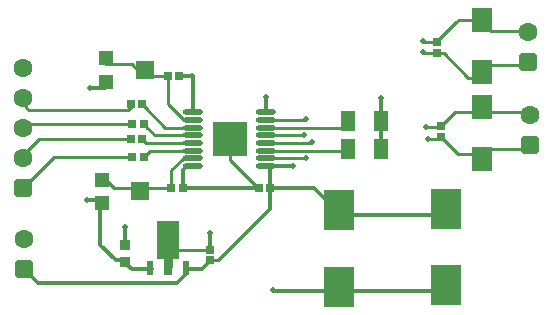
<source format=gbr>
%FSTAX23Y23*%
%MOIN*%
%SFA1B1*%

%IPPOS*%
%AMD40*
4,1,8,-0.031500,0.015700,-0.031500,-0.015700,-0.015700,-0.031500,0.015700,-0.031500,0.031500,-0.015700,0.031500,0.015700,0.015700,0.031500,-0.015700,0.031500,-0.031500,0.015700,0.0*
1,1,0.031496,-0.015700,0.015700*
1,1,0.031496,-0.015700,-0.015700*
1,1,0.031496,0.015700,-0.015700*
1,1,0.031496,0.015700,0.015700*
%
%ADD15R,0.047244X0.047244*%
%ADD16R,0.059055X0.062992*%
%ADD17R,0.021654X0.051181*%
%ADD18R,0.031496X0.058071*%
%ADD19R,0.098425X0.137795*%
%ADD20R,0.035909X0.037744*%
%ADD21R,0.026476X0.029106*%
%ADD22R,0.028165X0.026476*%
%ADD23O,0.066929X0.017716*%
%ADD24R,0.118110X0.118110*%
%ADD25R,0.027559X0.025591*%
%ADD26R,0.045500X0.067252*%
%ADD27R,0.070866X0.082677*%
%ADD38C,0.011811*%
%ADD39C,0.010000*%
G04~CAMADD=40~8~0.0~0.0~629.9~629.9~157.5~0.0~15~0.0~0.0~0.0~0.0~0~0.0~0.0~0.0~0.0~0~0.0~0.0~0.0~90.0~630.0~630.0*
%ADD40D40*%
%ADD41C,0.062992*%
%ADD42C,0.019685*%
%LNmtr_dvr_pcb_copper_signal_top-1*%
%LPD*%
G36*
X04059Y02556D02*
Y0268D01*
X04132*
Y02556*
X04059*
G37*
G54D15*
X03874Y02819D03*
Y0274D03*
X03889Y03224D03*
Y03145D03*
G54D16*
X04002Y0278D03*
X04017Y03185D03*
G54D17*
X04036Y02525D03*
X04155D03*
G54D18*
X04095Y02528D03*
G54D19*
X0502Y02467D03*
Y02722D03*
X04665Y02462D03*
Y02717D03*
G54D20*
X0395Y02603D03*
Y02546D03*
G54D21*
X04235Y02586D03*
Y0255D03*
X0499Y03278D03*
Y03241D03*
X05005Y02998D03*
Y02961D03*
G54D22*
X04435Y0279D03*
X04397D03*
G54D23*
X04179Y03044D03*
Y03018D03*
Y02993D03*
Y02967D03*
Y02942D03*
Y02916D03*
Y02891D03*
Y02865D03*
X0442Y03044D03*
Y03018D03*
Y02993D03*
Y02967D03*
Y02942D03*
Y02916D03*
Y02891D03*
Y02865D03*
G54D24*
X043Y02955D03*
G54D25*
X03976Y02895D03*
X04013D03*
X03971Y02955D03*
X04008D03*
X04095Y03165D03*
X04132D03*
X04106Y0279D03*
X04143D03*
X03971Y0307D03*
X04008D03*
X03976Y03005D03*
X04013D03*
G54D26*
X04804Y0292D03*
X04695D03*
X04804Y03015D03*
X04695D03*
G54D27*
X0514Y03351D03*
Y03178D03*
Y03061D03*
Y02888D03*
G54D38*
X04143Y0279D02*
X04396D01*
X04453Y02447D02*
X0504D01*
X03946Y02549D02*
X03962Y02533D01*
X03962*
X03974Y02522*
X0404*
X03946Y02549D02*
Y0255D01*
X04452Y02448D02*
X04453Y02447D01*
X04445Y0245D02*
X04446Y02448D01*
X04452*
X03868Y02603D02*
X03921Y0255D01*
X03868Y02603D02*
Y0274D01*
X03921Y0255D02*
X03946D01*
X03868Y0274D02*
X03879Y0275D01*
X03825Y0275D02*
X03878D01*
X04265Y0255D02*
X04435Y0272D01*
X03615Y0252D02*
X0366Y02475D01*
X04126D02*
X04159Y02507D01*
X0366Y02475D02*
X04126D01*
X04435Y0272D02*
Y0279D01*
X03835Y03125D02*
X03883D01*
X04435Y02865D02*
X04509D01*
X0442Y03044D02*
Y03095D01*
X04235Y02586D02*
Y0264D01*
X04132Y03165D02*
X04175D01*
X04179Y03044D02*
Y03157D01*
X04805Y03015D02*
Y0309D01*
X04804Y0292D02*
Y03015D01*
X0395Y02603D02*
Y0266D01*
X04143Y02851D02*
X04157Y02865D01*
X04143Y0279D02*
Y02851D01*
X0465Y02702D02*
X04978D01*
X04582Y0279D02*
X0465Y02722D01*
X04435Y0279D02*
X0458D01*
X04435D02*
Y02861D01*
X04159Y02522D02*
X04208D01*
X04235Y02548*
G54D39*
X043Y02886D02*
Y02911D01*
Y02886D02*
X04396Y0279D01*
X04299Y02911D02*
X04304Y02915D01*
X04285Y02934D02*
X04304Y02915D01*
X04256Y02911D02*
X04285Y0294D01*
X04396Y0279D02*
X04397D01*
X04285Y02934D02*
Y0294D01*
X04256Y02911D02*
D01*
X04104Y02565D02*
X04125Y02586D01*
X04104Y0253D02*
Y02565D01*
X041Y02525D02*
X04104Y0253D01*
X0402Y02943D02*
X04148D01*
X04008Y02955D02*
X04009D01*
X0402Y02943*
X04014Y02895D02*
X04022Y02902D01*
Y02903D02*
X04033Y02914D01*
X04013Y02895D02*
X04014D01*
X04022Y02902D02*
Y02903D01*
X04033Y02914D02*
X04148D01*
X04148Y02915*
X04178*
X04179Y02916*
X0361Y029D02*
X03665Y02955D01*
X03971*
X04148Y02943D02*
X04148Y02943D01*
X04178D02*
X04179Y02942D01*
X04148Y02943D02*
X04178D01*
X03639Y03005D02*
X03976D01*
X0361Y0299D02*
X03624D01*
X03639Y03005*
X04013D02*
X04014D01*
X04022Y02996D02*
X0405Y02967D01*
X04014Y03005D02*
X04022Y02997D01*
X0405Y02967D02*
X04179D01*
X04022Y02996D02*
Y02997D01*
X04014Y03064D02*
X04017Y03062D01*
X04017*
X04086Y02993D02*
X04179D01*
X04014Y03064D02*
Y03065D01*
X04017Y03062D02*
X04086Y02993D01*
X0396Y0305D02*
X03975Y03065D01*
X0465Y02702D02*
Y02722D01*
X04012Y03165D02*
X04095D01*
X04235Y0255D02*
X04265D01*
X03878Y0275D02*
X03879Y0275D01*
X03883Y03125D02*
X03884Y03125D01*
X04509Y02865D02*
X0451Y02865D01*
X04553Y02891D02*
X04555Y0289D01*
X0442Y02891D02*
X04553D01*
X0442Y02865D02*
X04431D01*
X0442Y02967D02*
X04548D01*
X04548Y02968*
X0442Y02942D02*
X04575D01*
X04695Y03014D02*
Y03025D01*
X0442Y02993D02*
X04675D01*
X04695Y03014*
X0442Y03044D02*
X0442Y03044D01*
X04125Y02586D02*
X04235D01*
X04175Y03162D02*
X04179Y03157D01*
X04175Y03162D02*
Y03165D01*
X04804Y03015D02*
X04805Y03015D01*
X04157Y02865D02*
X04179D01*
X03879Y02829D02*
X03916Y02791D01*
X04005*
X04007Y0279*
X0362Y03059D02*
X0363Y0305D01*
X0362Y03059D02*
Y03079D01*
X0361Y0309D02*
X0362Y03079D01*
X0363Y0305D02*
X0396D01*
X05121Y03159D02*
X05161Y032D01*
X05013Y03241D02*
X05095Y03159D01*
X0495Y03241D02*
X05013D01*
X05095Y03159D02*
X05121D01*
X0512Y02888D02*
Y02894D01*
X05061Y02905D02*
X05109D01*
X05014Y02952D02*
X05061Y02905D01*
X05109D02*
X0512Y02894D01*
X05005Y02999D02*
X0505Y03045D01*
X053*
X0514Y02888D02*
Y02889D01*
X0517Y0292*
X053*
X0528Y032D02*
X05295Y03215D01*
X05161Y032D02*
X0528D01*
X0514Y03345D02*
Y03351D01*
X0517Y03315D02*
X05176D01*
X05063Y03351D02*
X0514D01*
Y03345D02*
X0517Y03315D01*
X05176D02*
X05176Y03315D01*
X05295*
X0499Y03279D02*
X04998Y03287D01*
X04999D02*
X05056Y03344D01*
X05063Y03351*
X04998Y03287D02*
X04999D01*
X0499Y03278D02*
Y03279D01*
X04947Y03245D02*
X0495Y03241D01*
X04945Y03245D02*
X04947D01*
X04945Y03279D02*
X04989D01*
X0499Y03278*
X04945Y0328D02*
X04945Y03279D01*
X05005Y0296D02*
Y02961D01*
Y0296D02*
X05013Y02952D01*
X05014*
X05005Y02998D02*
Y02999D01*
X04961Y02956D02*
X05D01*
X0496Y02955D02*
X04961Y02956D01*
X05D02*
X05005Y02961D01*
X04956Y02996D02*
X05003D01*
X04955Y02995D02*
X04956Y02996D01*
X05003D02*
X05005Y02998D01*
X0442Y02916D02*
X04695D01*
X0442Y03018D02*
X04553D01*
X04555Y0302*
X04431Y02865D02*
X04435Y02861D01*
X04235Y02548D02*
Y0255D01*
X04159Y02507D02*
Y02522D01*
X04106Y0279D02*
Y0285D01*
X04145Y02889*
X04178*
X04179Y02891*
X04007Y0279D02*
X04106D01*
X04145Y0302D02*
X04178D01*
X04179Y03018*
X04095Y03071D02*
X04145Y0302D01*
X04095Y03071D02*
Y03165D01*
X0361Y0279D02*
X03711Y02891D01*
X03715Y02895D02*
X03976D01*
X03711Y02891D02*
D01*
X03715Y02895*
X0361Y0289D02*
Y029D01*
X03884Y03204D02*
X03974D01*
X04012Y03166*
Y03165D02*
Y03166D01*
G54D40*
X03615Y0252D03*
X05295Y0321D03*
X0361Y0279D03*
X053Y02935D03*
G54D41*
X03615Y0262D03*
X05295Y0331D03*
X0361Y0319D03*
Y0309D03*
Y0289D03*
Y0299D03*
X053Y03035D03*
G54D42*
X04445Y0245D03*
X03835Y03125D03*
X03825Y0275D03*
X0451Y02865D03*
X04548Y02968D03*
X04555Y0289D03*
X04575Y02945D03*
X0442Y03095D03*
X04235Y0264D03*
X04175Y03165D03*
X04805Y0309D03*
X0395Y0266D03*
X04955Y02995D03*
X0496Y02955D03*
X04945Y03245D03*
Y0328D03*
X04555Y0302D03*
X04256Y02998D03*
X043D03*
X04343D03*
X04256Y02955D03*
X043D03*
X04343D03*
X04256Y02911D03*
X043D03*
X04343D03*
M02*
</source>
